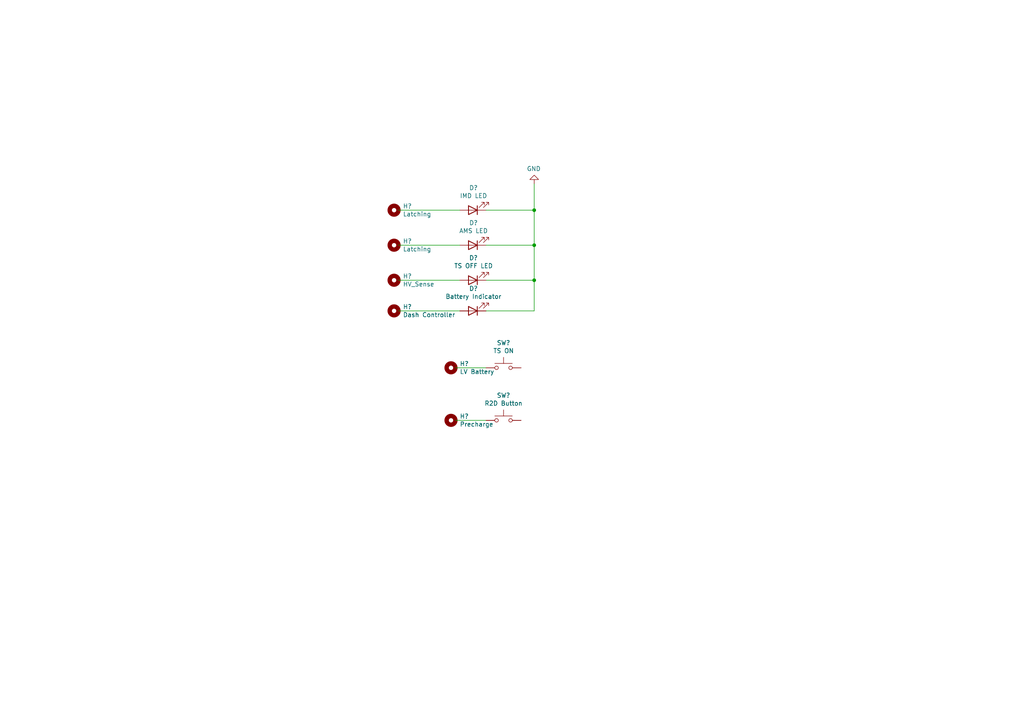
<source format=kicad_sch>
(kicad_sch (version 20211123) (generator eeschema)
  (paper "A4")
  (lib_symbols
    (symbol "Device:LED" (pin_numbers hide) (pin_names (offset 1.016) hide)
      (property "Reference" "D" (at 0 2.54 0))
      (property "Value" "LED" (at 0 -2.54 0))
      (symbol "LED_0_1"
        (polyline (pts (xy -1.27 -1.27) (xy -1.27 1.27)) (stroke (width 0.254)))
        (polyline (pts (xy -1.27 0) (xy 1.27 0)))
        (polyline (pts (xy 1.27 -1.27) (xy 1.27 1.27) (xy -1.27 0) (xy 1.27 -1.27)) (stroke (width 0.254)))
        (polyline (pts (xy -3.048 -0.762) (xy -4.572 -2.286) (xy -3.81 -2.286) (xy -4.572 -2.286) (xy -4.572 -1.524)))
        (polyline (pts (xy -1.778 -0.762) (xy -3.302 -2.286) (xy -2.54 -2.286) (xy -3.302 -2.286) (xy -3.302 -1.524)))
      )
      (symbol "LED_1_1"
        (pin passive line (at -3.81 0 0) (length 2.54) (name "K") (number "1"))
        (pin passive line (at 3.81 0 180) (length 2.54) (name "A") (number "2"))
      )
    )
    (symbol "Mechanical:MountingHole" (pin_names (offset 1.016))
      (property "Reference" "H" (at 0 5.08 0))
      (property "Value" "MountingHole" (at 0 3.175 0))
      (symbol "MountingHole_0_1"
        (circle (center 0 0) (radius 1.27) (stroke (width 1.27)))
      )
    )
    (symbol "Switch:SW_Push" (pin_numbers hide) (pin_names (offset 1.016) hide)
      (property "Reference" "SW" (at 1.27 2.54 0))
      (property "Value" "SW_Push" (at 0 -1.524 0))
      (symbol "SW_Push_0_1"
        (circle (center -2.032 0) (radius 0.508))
        (polyline (pts (xy 0 1.27) (xy 0 3.048)))
        (polyline (pts (xy 2.54 1.27) (xy -2.54 1.27)))
        (circle (center 2.032 0) (radius 0.508))
        (pin passive line (at -5.08 0 0) (length 2.54) (name "1") (number "1"))
        (pin passive line (at 5.08 0 180) (length 2.54) (name "2") (number "2"))
      )
    )
    (symbol "power:GND" (power) (pin_names (offset 0))
      (property "Value" "GND" (at 0 -3.81 0))
      (symbol "GND_0_1"
        (polyline (pts (xy 0 0) (xy 0 -1.27) (xy 1.27 -1.27) (xy 0 -2.54) (xy -1.27 -1.27) (xy 0 -1.27)))
      )
      (symbol "GND_1_1"
        (pin power_in line (at 0 0 270) (length 0) hide (name "GND") (number "1"))
      )
    )
  )
  (junction (at 154.94 71.12))
  (junction (at 154.94 81.28))
  (junction (at 154.94 60.96))
  (wire (pts (xy 154.94 90.17) (xy 154.94 81.28)))
  (wire (pts (xy 140.97 106.68) (xy 132.08 106.68)))
  (wire (pts (xy 133.35 60.96) (xy 115.57 60.96)))
  (wire (pts (xy 140.97 121.92) (xy 132.08 121.92)))
  (wire (pts (xy 154.94 60.96) (xy 154.94 53.34)))
  (wire (pts (xy 133.35 81.28) (xy 115.57 81.28)))
  (wire (pts (xy 140.97 90.17) (xy 154.94 90.17)))
  (wire (pts (xy 140.97 81.28) (xy 154.94 81.28)))
  (wire (pts (xy 154.94 81.28) (xy 154.94 71.12)))
  (wire (pts (xy 140.97 60.96) (xy 154.94 60.96)))
  (wire (pts (xy 133.35 90.17) (xy 115.57 90.17)))
  (wire (pts (xy 140.97 71.12) (xy 154.94 71.12)))
  (wire (pts (xy 154.94 71.12) (xy 154.94 60.96)))
  (wire (pts (xy 133.35 71.12) (xy 115.57 71.12)))
  (symbol (lib_id "Device:LED") (at 137.16 90.17 180) (unit 1)
    (property "Reference" "D?" (at 137.3378 83.693 0))
    (property "Value" "Battery Indicator" (at 137.3378 86.0044 0))
  )
  (symbol (lib_id "Switch:SW_Push") (at 146.05 106.68 0) (unit 1)
    (property "Reference" "SW?" (at 146.05 99.441 0))
    (property "Value" "TS ON" (at 146.05 101.7524 0))
  )
  (symbol (lib_id "Device:LED") (at 137.16 60.96 180) (unit 1)
    (property "Reference" "D?" (at 137.3378 54.483 0))
    (property "Value" "IMD LED" (at 137.3378 56.7944 0))
  )
  (symbol (lib_id "Mechanical:MountingHole") (at 114.3 71.12 0) (unit 1)
    (property "Reference" "H?" (at 116.84 69.9516 0) (effects (justify left)))
    (property "Value" "Latching" (at 116.84 72.263 0) (effects (justify left)))
  )
  (symbol (lib_id "Switch:SW_Push") (at 146.05 121.92 0) (unit 1)
    (property "Reference" "SW?" (at 146.05 114.681 0))
    (property "Value" "R2D Button" (at 146.05 116.9924 0))
  )
  (symbol (lib_id "Mechanical:MountingHole") (at 114.3 90.17 0) (unit 1)
    (property "Reference" "H?" (at 116.84 89.0016 0) (effects (justify left)))
    (property "Value" "Dash Controller" (at 116.84 91.313 0) (effects (justify left)))
  )
  (symbol (lib_id "Mechanical:MountingHole") (at 114.3 81.28 0) (unit 1)
    (property "Reference" "H?" (at 116.84 80.1116 0) (effects (justify left)))
    (property "Value" "HV_Sense" (at 116.84 82.423 0) (effects (justify left)))
  )
  (symbol (lib_id "power:GND") (at 154.94 53.34 180) (unit 1)
    (property "Reference" "#PWR?" (effects hide))
    (property "Value" "GND" (at 154.813 48.9458 0))
  )
  (symbol (lib_id "Device:LED") (at 137.16 81.28 180) (unit 1)
    (property "Reference" "D?" (at 137.3378 74.803 0))
    (property "Value" "TS OFF LED" (at 137.3378 77.1144 0))
  )
  (symbol (lib_id "Mechanical:MountingHole") (at 130.81 121.92 0) (unit 1)
    (property "Reference" "H?" (at 133.35 120.7516 0) (effects (justify left)))
    (property "Value" "Precharge" (at 133.35 123.063 0) (effects (justify left)))
  )
  (symbol (lib_id "Device:LED") (at 137.16 71.12 180) (unit 1)
    (property "Reference" "D?" (at 137.3378 64.643 0))
    (property "Value" "AMS LED" (at 137.3378 66.9544 0))
  )
  (symbol (lib_id "Mechanical:MountingHole") (at 130.81 106.68 0) (unit 1)
    (property "Reference" "H?" (at 133.35 105.5116 0) (effects (justify left)))
    (property "Value" "LV Battery" (at 133.35 107.823 0) (effects (justify left)))
  )
  (symbol (lib_id "Mechanical:MountingHole") (at 114.3 60.96 0) (unit 1)
    (property "Reference" "H?" (at 116.84 59.7916 0) (effects (justify left)))
    (property "Value" "Latching" (at 116.84 62.103 0) (effects (justify left)))
  )
)
</source>
